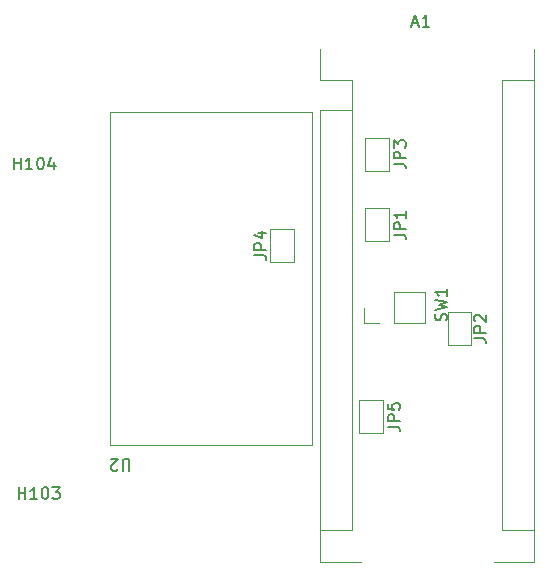
<source format=gbr>
%TF.GenerationSoftware,KiCad,Pcbnew,(5.99.0-11051-gdb19ae226a)*%
%TF.CreationDate,2021-08-12T21:18:39+02:00*%
%TF.ProjectId,boitarire,626f6974-6172-4697-9265-2e6b69636164,rev?*%
%TF.SameCoordinates,Original*%
%TF.FileFunction,Legend,Top*%
%TF.FilePolarity,Positive*%
%FSLAX46Y46*%
G04 Gerber Fmt 4.6, Leading zero omitted, Abs format (unit mm)*
G04 Created by KiCad (PCBNEW (5.99.0-11051-gdb19ae226a)) date 2021-08-12 21:18:39*
%MOMM*%
%LPD*%
G01*
G04 APERTURE LIST*
%ADD10C,0.150000*%
%ADD11C,0.120000*%
G04 APERTURE END LIST*
D10*
%TO.C,U2*%
X144561904Y-81547619D02*
X144561904Y-80738095D01*
X144514285Y-80642857D01*
X144466666Y-80595238D01*
X144371428Y-80547619D01*
X144180952Y-80547619D01*
X144085714Y-80595238D01*
X144038095Y-80642857D01*
X143990476Y-80738095D01*
X143990476Y-81547619D01*
X143561904Y-81452380D02*
X143514285Y-81500000D01*
X143419047Y-81547619D01*
X143180952Y-81547619D01*
X143085714Y-81500000D01*
X143038095Y-81452380D01*
X142990476Y-81357142D01*
X142990476Y-81261904D01*
X143038095Y-81119047D01*
X143609523Y-80547619D01*
X142990476Y-80547619D01*
%TO.C,H103*%
X135185714Y-83952380D02*
X135185714Y-82952380D01*
X135185714Y-83428571D02*
X135757142Y-83428571D01*
X135757142Y-83952380D02*
X135757142Y-82952380D01*
X136757142Y-83952380D02*
X136185714Y-83952380D01*
X136471428Y-83952380D02*
X136471428Y-82952380D01*
X136376190Y-83095238D01*
X136280952Y-83190476D01*
X136185714Y-83238095D01*
X137376190Y-82952380D02*
X137471428Y-82952380D01*
X137566666Y-83000000D01*
X137614285Y-83047619D01*
X137661904Y-83142857D01*
X137709523Y-83333333D01*
X137709523Y-83571428D01*
X137661904Y-83761904D01*
X137614285Y-83857142D01*
X137566666Y-83904761D01*
X137471428Y-83952380D01*
X137376190Y-83952380D01*
X137280952Y-83904761D01*
X137233333Y-83857142D01*
X137185714Y-83761904D01*
X137138095Y-83571428D01*
X137138095Y-83333333D01*
X137185714Y-83142857D01*
X137233333Y-83047619D01*
X137280952Y-83000000D01*
X137376190Y-82952380D01*
X138042857Y-82952380D02*
X138661904Y-82952380D01*
X138328571Y-83333333D01*
X138471428Y-83333333D01*
X138566666Y-83380952D01*
X138614285Y-83428571D01*
X138661904Y-83523809D01*
X138661904Y-83761904D01*
X138614285Y-83857142D01*
X138566666Y-83904761D01*
X138471428Y-83952380D01*
X138185714Y-83952380D01*
X138090476Y-83904761D01*
X138042857Y-83857142D01*
%TO.C,JP2*%
X173752380Y-70333333D02*
X174466666Y-70333333D01*
X174609523Y-70380952D01*
X174704761Y-70476190D01*
X174752380Y-70619047D01*
X174752380Y-70714285D01*
X174752380Y-69857142D02*
X173752380Y-69857142D01*
X173752380Y-69476190D01*
X173800000Y-69380952D01*
X173847619Y-69333333D01*
X173942857Y-69285714D01*
X174085714Y-69285714D01*
X174180952Y-69333333D01*
X174228571Y-69380952D01*
X174276190Y-69476190D01*
X174276190Y-69857142D01*
X173847619Y-68904761D02*
X173800000Y-68857142D01*
X173752380Y-68761904D01*
X173752380Y-68523809D01*
X173800000Y-68428571D01*
X173847619Y-68380952D01*
X173942857Y-68333333D01*
X174038095Y-68333333D01*
X174180952Y-68380952D01*
X174752380Y-68952380D01*
X174752380Y-68333333D01*
%TO.C,JP1*%
X166952380Y-61583333D02*
X167666666Y-61583333D01*
X167809523Y-61630952D01*
X167904761Y-61726190D01*
X167952380Y-61869047D01*
X167952380Y-61964285D01*
X167952380Y-61107142D02*
X166952380Y-61107142D01*
X166952380Y-60726190D01*
X167000000Y-60630952D01*
X167047619Y-60583333D01*
X167142857Y-60535714D01*
X167285714Y-60535714D01*
X167380952Y-60583333D01*
X167428571Y-60630952D01*
X167476190Y-60726190D01*
X167476190Y-61107142D01*
X167952380Y-59583333D02*
X167952380Y-60154761D01*
X167952380Y-59869047D02*
X166952380Y-59869047D01*
X167095238Y-59964285D01*
X167190476Y-60059523D01*
X167238095Y-60154761D01*
%TO.C,JP3*%
X166952380Y-55583333D02*
X167666666Y-55583333D01*
X167809523Y-55630952D01*
X167904761Y-55726190D01*
X167952380Y-55869047D01*
X167952380Y-55964285D01*
X167952380Y-55107142D02*
X166952380Y-55107142D01*
X166952380Y-54726190D01*
X167000000Y-54630952D01*
X167047619Y-54583333D01*
X167142857Y-54535714D01*
X167285714Y-54535714D01*
X167380952Y-54583333D01*
X167428571Y-54630952D01*
X167476190Y-54726190D01*
X167476190Y-55107142D01*
X166952380Y-54202380D02*
X166952380Y-53583333D01*
X167333333Y-53916666D01*
X167333333Y-53773809D01*
X167380952Y-53678571D01*
X167428571Y-53630952D01*
X167523809Y-53583333D01*
X167761904Y-53583333D01*
X167857142Y-53630952D01*
X167904761Y-53678571D01*
X167952380Y-53773809D01*
X167952380Y-54059523D01*
X167904761Y-54154761D01*
X167857142Y-54202380D01*
%TO.C,JP5*%
X166452380Y-77833333D02*
X167166666Y-77833333D01*
X167309523Y-77880952D01*
X167404761Y-77976190D01*
X167452380Y-78119047D01*
X167452380Y-78214285D01*
X167452380Y-77357142D02*
X166452380Y-77357142D01*
X166452380Y-76976190D01*
X166500000Y-76880952D01*
X166547619Y-76833333D01*
X166642857Y-76785714D01*
X166785714Y-76785714D01*
X166880952Y-76833333D01*
X166928571Y-76880952D01*
X166976190Y-76976190D01*
X166976190Y-77357142D01*
X166452380Y-75880952D02*
X166452380Y-76357142D01*
X166928571Y-76404761D01*
X166880952Y-76357142D01*
X166833333Y-76261904D01*
X166833333Y-76023809D01*
X166880952Y-75928571D01*
X166928571Y-75880952D01*
X167023809Y-75833333D01*
X167261904Y-75833333D01*
X167357142Y-75880952D01*
X167404761Y-75928571D01*
X167452380Y-76023809D01*
X167452380Y-76261904D01*
X167404761Y-76357142D01*
X167357142Y-76404761D01*
%TO.C,JP4*%
X155152380Y-63308333D02*
X155866666Y-63308333D01*
X156009523Y-63355952D01*
X156104761Y-63451190D01*
X156152380Y-63594047D01*
X156152380Y-63689285D01*
X156152380Y-62832142D02*
X155152380Y-62832142D01*
X155152380Y-62451190D01*
X155200000Y-62355952D01*
X155247619Y-62308333D01*
X155342857Y-62260714D01*
X155485714Y-62260714D01*
X155580952Y-62308333D01*
X155628571Y-62355952D01*
X155676190Y-62451190D01*
X155676190Y-62832142D01*
X155485714Y-61403571D02*
X156152380Y-61403571D01*
X155104761Y-61641666D02*
X155819047Y-61879761D01*
X155819047Y-61260714D01*
%TO.C,SW1*%
X171404761Y-68833333D02*
X171452380Y-68690476D01*
X171452380Y-68452380D01*
X171404761Y-68357142D01*
X171357142Y-68309523D01*
X171261904Y-68261904D01*
X171166666Y-68261904D01*
X171071428Y-68309523D01*
X171023809Y-68357142D01*
X170976190Y-68452380D01*
X170928571Y-68642857D01*
X170880952Y-68738095D01*
X170833333Y-68785714D01*
X170738095Y-68833333D01*
X170642857Y-68833333D01*
X170547619Y-68785714D01*
X170500000Y-68738095D01*
X170452380Y-68642857D01*
X170452380Y-68404761D01*
X170500000Y-68261904D01*
X170452380Y-67928571D02*
X171452380Y-67690476D01*
X170738095Y-67500000D01*
X171452380Y-67309523D01*
X170452380Y-67071428D01*
X171452380Y-66166666D02*
X171452380Y-66738095D01*
X171452380Y-66452380D02*
X170452380Y-66452380D01*
X170595238Y-66547619D01*
X170690476Y-66642857D01*
X170738095Y-66738095D01*
%TO.C,H104*%
X134785714Y-56052380D02*
X134785714Y-55052380D01*
X134785714Y-55528571D02*
X135357142Y-55528571D01*
X135357142Y-56052380D02*
X135357142Y-55052380D01*
X136357142Y-56052380D02*
X135785714Y-56052380D01*
X136071428Y-56052380D02*
X136071428Y-55052380D01*
X135976190Y-55195238D01*
X135880952Y-55290476D01*
X135785714Y-55338095D01*
X136976190Y-55052380D02*
X137071428Y-55052380D01*
X137166666Y-55100000D01*
X137214285Y-55147619D01*
X137261904Y-55242857D01*
X137309523Y-55433333D01*
X137309523Y-55671428D01*
X137261904Y-55861904D01*
X137214285Y-55957142D01*
X137166666Y-56004761D01*
X137071428Y-56052380D01*
X136976190Y-56052380D01*
X136880952Y-56004761D01*
X136833333Y-55957142D01*
X136785714Y-55861904D01*
X136738095Y-55671428D01*
X136738095Y-55433333D01*
X136785714Y-55242857D01*
X136833333Y-55147619D01*
X136880952Y-55100000D01*
X136976190Y-55052380D01*
X138166666Y-55385714D02*
X138166666Y-56052380D01*
X137928571Y-55004761D02*
X137690476Y-55719047D01*
X138309523Y-55719047D01*
%TO.C,A1*%
X168535714Y-43666666D02*
X169011904Y-43666666D01*
X168440476Y-43952380D02*
X168773809Y-42952380D01*
X169107142Y-43952380D01*
X169964285Y-43952380D02*
X169392857Y-43952380D01*
X169678571Y-43952380D02*
X169678571Y-42952380D01*
X169583333Y-43095238D01*
X169488095Y-43190476D01*
X169392857Y-43238095D01*
D11*
%TO.C,U2*%
X160050000Y-79350000D02*
X142950000Y-79350000D01*
X142950000Y-79350000D02*
X142950000Y-51150000D01*
X142950000Y-51150000D02*
X160050000Y-51150000D01*
X160050000Y-51150000D02*
X160050000Y-79350000D01*
%TO.C,JP2*%
X173500000Y-70900000D02*
X171500000Y-70900000D01*
X171500000Y-70900000D02*
X171500000Y-68100000D01*
X173500000Y-68100000D02*
X173500000Y-70900000D01*
X171500000Y-68100000D02*
X173500000Y-68100000D01*
%TO.C,JP1*%
X164500000Y-62150000D02*
X164500000Y-59350000D01*
X166500000Y-59350000D02*
X166500000Y-62150000D01*
X166500000Y-62150000D02*
X164500000Y-62150000D01*
X164500000Y-59350000D02*
X166500000Y-59350000D01*
%TO.C,JP3*%
X166500000Y-56150000D02*
X164500000Y-56150000D01*
X166500000Y-53350000D02*
X166500000Y-56150000D01*
X164500000Y-56150000D02*
X164500000Y-53350000D01*
X164500000Y-53350000D02*
X166500000Y-53350000D01*
%TO.C,JP5*%
X164000000Y-78400000D02*
X164000000Y-75600000D01*
X166000000Y-75600000D02*
X166000000Y-78400000D01*
X166000000Y-78400000D02*
X164000000Y-78400000D01*
X164000000Y-75600000D02*
X166000000Y-75600000D01*
%TO.C,JP4*%
X156500000Y-61075000D02*
X158500000Y-61075000D01*
X158500000Y-61075000D02*
X158500000Y-63875000D01*
X156500000Y-63875000D02*
X156500000Y-61075000D01*
X158500000Y-63875000D02*
X156500000Y-63875000D01*
%TO.C,SW1*%
X166995000Y-69080000D02*
X166995000Y-66420000D01*
X169595000Y-69080000D02*
X169595000Y-66420000D01*
X165725000Y-69080000D02*
X164395000Y-69080000D01*
X166995000Y-66420000D02*
X169595000Y-66420000D01*
X164395000Y-69080000D02*
X164395000Y-67750000D01*
X166995000Y-69080000D02*
X169595000Y-69080000D01*
%TO.C,A1*%
X160740000Y-45810000D02*
X160740000Y-48480000D01*
X163410000Y-51020000D02*
X163410000Y-86580000D01*
X163410000Y-51020000D02*
X163410000Y-48480000D01*
X163410000Y-48480000D02*
X160740000Y-48480000D01*
X178780000Y-89250000D02*
X178780000Y-45810000D01*
X176110000Y-48480000D02*
X178780000Y-48480000D01*
X160740000Y-51020000D02*
X160740000Y-89250000D01*
X163410000Y-51020000D02*
X160740000Y-51020000D01*
X176110000Y-48480000D02*
X176110000Y-86580000D01*
X176110000Y-86580000D02*
X178780000Y-86580000D01*
X175440000Y-89250000D02*
X178780000Y-89250000D01*
X163410000Y-86580000D02*
X160740000Y-86580000D01*
X160740000Y-89250000D02*
X164140000Y-89250000D01*
%TD*%
M02*

</source>
